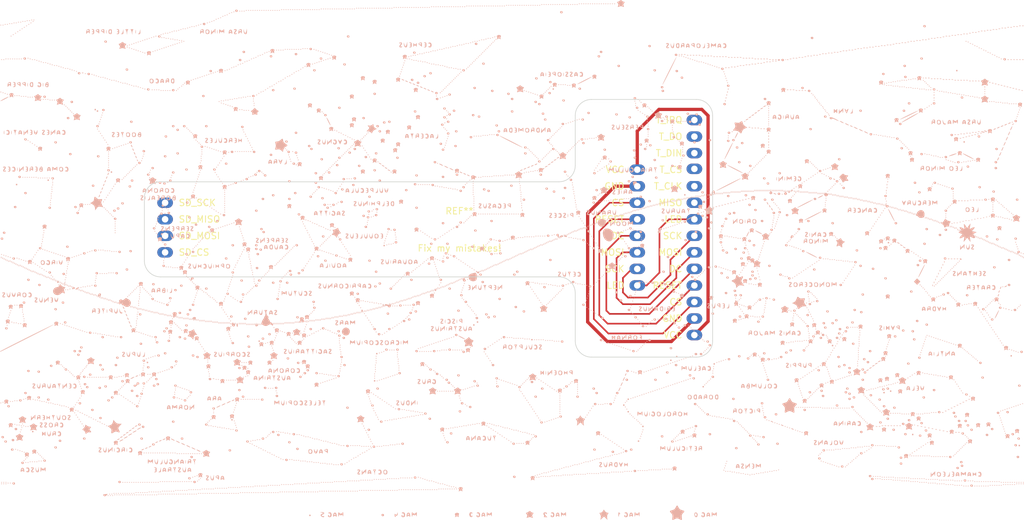
<source format=kicad_pcb>
(kicad_pcb (version 20171130) (host pcbnew "(5.1.10)-1")
  (layers (0 F.Cu signal) (31 B.Cu signal) (34 B.Paste user) (35 F.Paste user) (36 B.SilkS user hide) (37 F.SilkS user) (38 B.Mask user hide) (39 F.Mask user) (44 Edge.Cuts user))
  (net 0 "")
  (module libs:SPI_Screen_320_x_240_fix (layer F.Cu) (at 153.58 76.6)
    (fp_text reference REF** (at -27.305 -2.54 -180) (layer F.SilkS))
    (fp_text value "Fix my mistakes!" (at -27.305 3.175) (layer F.SilkS))
    (fp_arc (start -12.025 10.074999) (end -9.525 10.074999) (angle -90) (layer Edge.Cuts) (width 0.1))
    (fp_arc (start 9.075 17.401036) (end 9.075 19.901036) (angle -90) (layer Edge.Cuts) (width 0.1))
    (fp_arc (start -73.197116 5.074999) (end -75.697116 5.074999) (angle -90) (layer Edge.Cuts) (width 0.1))
    (fp_arc (start -7.025 -17.17124) (end -7.025 -19.67124) (angle -90) (layer Edge.Cuts) (width 0.1))
    (fp_arc (start -73.197116 -4.525) (end -73.197116 -7.025) (angle -90) (layer Edge.Cuts) (width 0.1))
    (fp_arc (start -12.025 -9.525) (end -12.025 -7.025) (angle -90) (layer Edge.Cuts) (width 0.1))
    (fp_arc (start 9.075 -17.17124) (end 11.575 -17.17124) (angle -90) (layer Edge.Cuts) (width 0.1))
    (fp_arc (start -7.025 17.401036) (end -9.525 17.401036) (angle -90) (layer Edge.Cuts) (width 0.1))
    (fp_text user SD_MOSI (at -70.5 1.27) (layer F.SilkS) (effects (justify left)))
    (fp_text user SD_CS (at -70.5 3.81) (layer F.SilkS) (effects (justify left)))
    (fp_text user SD_MISO (at -70.5 -1.27) (layer F.SilkS) (effects (justify left)))
    (fp_text user SD_SCK (at -70.5 -3.81) (layer F.SilkS) (effects (justify left)))
    (fp_text user CS (at -1.89 -3.81) (layer F.SilkS) (effects (justify right)))
    (fp_text user VCC (at -1.89 -8.89) (layer F.SilkS) (effects (justify right)))
    (fp_text user GND (at -1.89 -6.35) (layer F.SilkS) (effects (justify right)))
    (fp_text user RESET (at -1.89 -1.27) (layer F.SilkS) (effects (justify right)))
    (fp_text user DC (at -1.89 1.27) (layer F.SilkS) (effects (justify right)))
    (fp_text user MOSI (at -1.89 3.81) (layer F.SilkS) (effects (justify right)))
    (fp_text user SCK (at -1.89 6.35) (layer F.SilkS) (effects (justify right)))
    (fp_text user LED (at -1.89 8.89) (layer F.SilkS) (effects (justify right)))
    (fp_text user T_IRQ (at 7 -16.51) (layer F.SilkS) (effects (justify right)))
    (fp_text user T_DO (at 7 -13.97) (layer F.SilkS) (effects (justify right)))
    (fp_text user T_DIN (at 7 -11.43) (layer F.SilkS) (effects (justify right)))
    (fp_text user T_CS (at 7 -8.89) (layer F.SilkS) (effects (justify right)))
    (fp_text user T_CLK (at 7 -6.35) (layer F.SilkS) (effects (justify right)))
    (fp_text user MISO (at 7 -3.81) (layer F.SilkS) (effects (justify right)))
    (fp_text user LED (at 7 -1.27) (layer F.SilkS) (effects (justify right)))
    (fp_text user SCK (at 7 1.27) (layer F.SilkS) (effects (justify right)))
    (fp_text user MOSI (at 7 3.81) (layer F.SilkS) (effects (justify right)))
    (fp_text user DC (at 7 6.35) (layer F.SilkS) (effects (justify right)))
    (fp_text user RESET (at 7 8.89) (layer F.SilkS) (effects (justify right)))
    (fp_text user CS (at 7 11.43) (layer F.SilkS) (effects (justify right)))
    (fp_text user GND (at 7 13.97) (layer F.SilkS) (effects (justify right)))
    (fp_text user VCC (at 7 16.51) (layer F.SilkS) (effects (justify right)))
    (fp_line (start -9.525 -9.525) (end -9.525 -17.17124) (layer Edge.Cuts) (width 0.1))
    (fp_line (start -12.025 7.574999) (end -73.197116 7.574999) (layer Edge.Cuts) (width 0.1))
    (fp_line (start 11.575 -17.17124) (end 11.575 17.401036) (layer Edge.Cuts) (width 0.1))
    (fp_line (start -7.025 -19.67124) (end 9.075 -19.67124) (layer Edge.Cuts) (width 0.1))
    (fp_line (start -73.197116 -7.025) (end -12.025 -7.025) (layer Edge.Cuts) (width 0.1))
    (fp_line (start 9.075 19.901036) (end -7.025 19.901036) (layer Edge.Cuts) (width 0.1))
    (fp_line (start -9.525 17.401036) (end -9.525 10.074999) (layer Edge.Cuts) (width 0.1))
    (fp_line (start -75.697116 5.074999) (end -75.697116 -4.525) (layer Edge.Cuts) (width 0.1))
    (pad 18 thru_hole oval (at -72.51 3.81) (size 2.4 1.6) (drill 1) (layers *.Cu *.Mask))
    (pad 17 thru_hole oval (at -72.51 1.27) (size 2.4 1.6) (drill 1) (layers *.Cu *.Mask))
    (pad 16 thru_hole oval (at -72.51 -1.27) (size 2.4 1.6) (drill 1) (layers *.Cu *.Mask))
    (pad 15 thru_hole oval (at -72.51 -3.81) (size 2.4 1.6) (drill 1) (layers *.Cu *.Mask))
    (pad 1 thru_hole oval (at 8.77 16.51) (size 2.4 1.6) (drill 1) (layers *.Cu *.Mask))
    (pad 2 thru_hole oval (at 8.77 13.97) (size 2.4 1.6) (drill 1) (layers *.Cu *.Mask))
    (pad 3 thru_hole oval (at 8.77 11.43) (size 2.4 1.6) (drill 1) (layers *.Cu *.Mask))
    (pad 4 thru_hole oval (at 8.77 8.89) (size 2.4 1.6) (drill 1) (layers *.Cu *.Mask))
    (pad 5 thru_hole oval (at 8.77 6.35) (size 2.4 1.6) (drill 1) (layers *.Cu *.Mask))
    (pad 6 thru_hole oval (at 8.77 3.81) (size 2.4 1.6) (drill 1) (layers *.Cu *.Mask))
    (pad 7 thru_hole oval (at 8.77 1.27) (size 2.4 1.6) (drill 1) (layers *.Cu *.Mask))
    (pad 8 thru_hole oval (at 8.77 -1.27) (size 2.4 1.6) (drill 1) (layers *.Cu *.Mask))
    (pad 9 thru_hole oval (at 8.77 -3.81) (size 2.4 1.6) (drill 1) (layers *.Cu *.Mask))
    (pad 10 thru_hole oval (at 8.77 -6.35) (size 2.4 1.6) (drill 1) (layers *.Cu *.Mask))
    (pad 11 thru_hole oval (at 8.77 -9.01) (size 2.4 1.6) (drill 1) (layers *.Cu *.Mask))
    (pad 12 thru_hole oval (at 8.77 -11.43) (size 2.4 1.6) (drill 1) (layers *.Cu *.Mask))
    (pad 13 thru_hole oval (at 8.77 -13.97) (size 2.4 1.6) (drill 1) (layers *.Cu *.Mask))
    (pad 14 thru_hole oval (at 8.77 -16.51) (size 2.4 1.6) (drill 1) (layers *.Cu *.Mask))
    (pad 8 thru_hole oval (at 0 8.89) (size 2.4 1.6) (drill 1) (layers *.Cu *.Mask))
    (pad 7 thru_hole oval (at 0 6.35) (size 2.4 1.6) (drill 1) (layers *.Cu *.Mask))
    (pad 6 thru_hole oval (at 0 3.81) (size 2.4 1.6) (drill 1) (layers *.Cu *.Mask))
    (pad 5 thru_hole oval (at 0 1.27) (size 2.4 1.6) (drill 1) (layers *.Cu *.Mask))
    (pad 4 thru_hole oval (at 0 -1.27) (size 2.4 1.6) (drill 1) (layers *.Cu *.Mask))
    (pad 3 thru_hole oval (at 0 -3.81) (size 2.4 1.6) (drill 1) (layers *.Cu *.Mask))
    (pad 2 thru_hole oval (at 0 -6.35) (size 2.4 1.6) (drill 1) (layers *.Cu *.Mask))
    (pad 1 thru_hole oval (at 0 -8.89) (size 2.4 1.6) (drill 1) (layers *.Cu *.Mask))
  )
  (module libs:star-map-2 (layer B.Cu) (at 134.41 81.91 180)
    (fp_text reference G*** hide)
    (fp_text value LOGO hide)
  )
  (module libs:star-map-1 (layer B.Cu) (at 134.41 81.91 180)
    (fp_text reference G*** hide)
    (fp_text value LOGO hide)
  )
  (segment (start 153.58 67.71) (end 153.58 61.79) (width 0.5) (layer F.Cu) (net 0))
  (segment (start 153.58 61.79) (end 156.91 58.46) (width 0.5) (layer F.Cu) (net 0))
  (segment (start 156.91 58.46) (end 163.49 58.46) (width 0.5) (layer F.Cu) (net 0))
  (segment (start 163.49 58.46) (end 164.45 59.42) (width 0.5) (layer F.Cu) (net 0))
  (segment (start 164.45 91.01) (end 162.35 93.11) (width 0.5) (layer F.Cu) (net 0))
  (segment (start 164.45 59.42) (end 164.45 91.01) (width 0.5) (layer F.Cu) (net 0))
  (segment (start 153.58 70.25) (end 150.15 70.25) (width 0.5) (layer F.Cu) (net 0))
  (segment (start 150.15 70.25) (end 145.96 74.44) (width 0.5) (layer F.Cu) (net 0))
  (segment (start 145.96 74.44) (end 145.96 91.09) (width 0.5) (layer F.Cu) (net 0))
  (segment (start 145.96 91.09) (end 148.97 94.1) (width 0.5) (layer F.Cu) (net 0))
  (segment (start 158.82 94.1) (end 162.35 90.57) (width 0.5) (layer F.Cu) (net 0))
  (segment (start 148.97 94.1) (end 158.82 94.1) (width 0.5) (layer F.Cu) (net 0))
  (segment (start 153.58 72.79) (end 149.34 72.79) (width 0.25) (layer F.Cu) (net 0))
  (segment (start 149.34 72.79) (end 146.91 75.22) (width 0.25) (layer F.Cu) (net 0))
  (segment (start 146.91 75.22) (end 146.91 90.64) (width 0.25) (layer F.Cu) (net 0))
  (segment (start 146.91 90.64) (end 149.14 92.87) (width 0.25) (layer F.Cu) (net 0))
  (segment (start 157.51 92.87) (end 162.35 88.03) (width 0.25) (layer F.Cu) (net 0))
  (segment (start 149.14 92.87) (end 157.51 92.87) (width 0.25) (layer F.Cu) (net 0))
  (segment (start 153.58 75.33) (end 149.59 75.33) (width 0.25) (layer F.Cu) (net 0))
  (segment (start 149.59 75.33) (end 147.75 77.17) (width 0.25) (layer F.Cu) (net 0))
  (segment (start 147.75 77.17) (end 147.75 90.08) (width 0.25) (layer F.Cu) (net 0))
  (segment (start 147.75 90.08) (end 149.03 91.36) (width 0.25) (layer F.Cu) (net 0))
  (segment (start 156.48 91.36) (end 162.35 85.49) (width 0.25) (layer F.Cu) (net 0))
  (segment (start 149.03 91.36) (end 156.48 91.36) (width 0.25) (layer F.Cu) (net 0))
  (segment (start 153.58 77.87) (end 151.14 77.87) (width 0.25) (layer F.Cu) (net 0))
  (segment (start 151.14 77.87) (end 148.83 80.18) (width 0.25) (layer F.Cu) (net 0))
  (segment (start 148.83 80.18) (end 148.83 89.35) (width 0.25) (layer F.Cu) (net 0))
  (segment (start 148.83 89.35) (end 149.34 89.86) (width 0.25) (layer F.Cu) (net 0))
  (segment (start 155.44 89.86) (end 162.35 82.95) (width 0.25) (layer F.Cu) (net 0))
  (segment (start 149.34 89.86) (end 155.44 89.86) (width 0.25) (layer F.Cu) (net 0))
  (segment (start 153.58 85.49) (end 155.02 85.49) (width 0.25) (layer F.Cu) (net 0))
  (segment (start 155.02 85.49) (end 156.99 83.52) (width 0.25) (layer F.Cu) (net 0))
  (segment (start 156.99 83.52) (end 156.99 76.8) (width 0.25) (layer F.Cu) (net 0))
  (segment (start 158.46 75.33) (end 162.35 75.33) (width 0.25) (layer F.Cu) (net 0))
  (segment (start 156.99 76.8) (end 158.46 75.33) (width 0.25) (layer F.Cu) (net 0))
  (segment (start 153.58 80.41) (end 151.3 80.41) (width 0.25) (layer F.Cu) (net 0))
  (segment (start 151.3 80.41) (end 150.4 81.31) (width 0.25) (layer F.Cu) (net 0))
  (segment (start 150.4 81.31) (end 150.4 87.39) (width 0.25) (layer F.Cu) (net 0))
  (segment (start 150.4 87.39) (end 151.38 88.37) (width 0.25) (layer F.Cu) (net 0))
  (segment (start 151.38 88.37) (end 155.55 88.37) (width 0.25) (layer F.Cu) (net 0))
  (segment (start 155.55 88.37) (end 159.58 84.34) (width 0.25) (layer F.Cu) (net 0))
  (segment (start 159.58 83.18) (end 162.35 80.41) (width 0.25) (layer F.Cu) (net 0))
  (segment (start 159.58 84.34) (end 159.58 83.18) (width 0.25) (layer F.Cu) (net 0))
  (segment (start 153.58 82.95) (end 152.76 82.95) (width 0.25) (layer F.Cu) (net 0))
  (segment (start 152.76 82.95) (end 151.38 84.33) (width 0.25) (layer F.Cu) (net 0))
  (segment (start 151.38 84.33) (end 151.38 86.57) (width 0.25) (layer F.Cu) (net 0))
  (segment (start 151.38 86.57) (end 152.16 87.35) (width 0.25) (layer F.Cu) (net 0))
  (segment (start 152.16 87.35) (end 155.2 87.35) (width 0.25) (layer F.Cu) (net 0))
  (segment (start 155.2 87.35) (end 158.68 83.87) (width 0.25) (layer F.Cu) (net 0))
  (segment (start 158.68 81.54) (end 162.35 77.87) (width 0.25) (layer F.Cu) (net 0))
  (segment (start 158.68 83.87) (end 158.68 81.54) (width 0.25) (layer F.Cu) (net 0))
)
</source>
